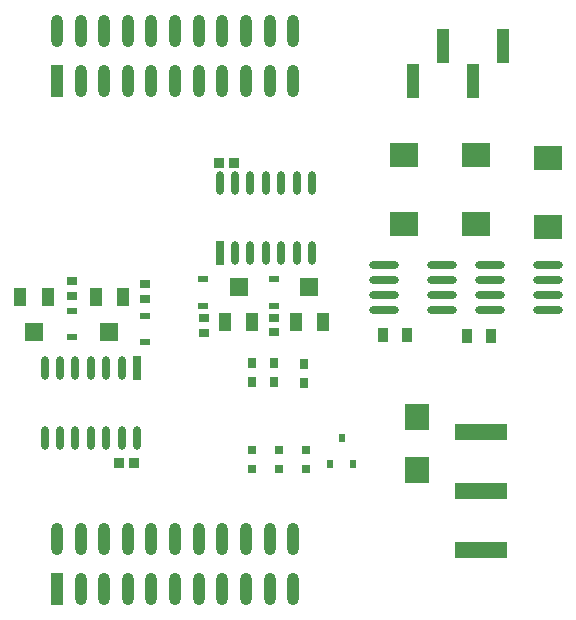
<source format=gtp>
%FSTAX23Y23*%
%MOIN*%
%SFA1B1*%

%IPPOS*%
%ADD17R,0.037646X0.047488*%
%ADD18R,0.094488X0.082677*%
%ADD19R,0.039370X0.108268*%
%ADD20O,0.039370X0.108268*%
%ADD21R,0.031496X0.031496*%
%ADD22R,0.177165X0.055118*%
%ADD23R,0.032677X0.024803*%
%ADD24R,0.033465X0.029527*%
%ADD25R,0.062992X0.062992*%
%ADD26R,0.043307X0.062992*%
%ADD27R,0.033465X0.035433*%
%ADD28R,0.027559X0.078740*%
%ADD29O,0.027559X0.078740*%
%ADD30O,0.098425X0.027559*%
%ADD31R,0.039370X0.118110*%
%ADD32R,0.084645X0.086614*%
%ADD33R,0.031496X0.037992*%
%ADD34R,0.023622X0.031496*%
%LNmain-1*%
%LPD*%
G54D17*
X02428Y01972D03*
X02508D03*
X02229Y01976D03*
X02148D03*
G54D18*
X02217Y02576D03*
Y02346D03*
X02457Y02576D03*
Y02346D03*
X02697Y02336D03*
Y02566D03*
G54D19*
X01061Y02821D03*
Y01129D03*
G54D20*
X0114Y02821D03*
X01219D03*
X01297D03*
X01376D03*
X01455D03*
X01534D03*
X01612D03*
X01691D03*
X0177D03*
X01848D03*
X01061Y02988D03*
X0114D03*
X01219D03*
X01297D03*
X01376D03*
X01455D03*
X01534D03*
X01612D03*
X01691D03*
X0177D03*
X01848D03*
X0114Y01129D03*
X01219D03*
X01297D03*
X01376D03*
X01455D03*
X01534D03*
X01612D03*
X01691D03*
X0177D03*
X01848D03*
X01061Y01297D03*
X0114D03*
X01219D03*
X01297D03*
X01376D03*
X01455D03*
X01534D03*
X01612D03*
X01691D03*
X0177D03*
X01848D03*
G54D21*
X018Y01528D03*
Y01591D03*
X0189Y01593D03*
Y0153D03*
X0171Y01591D03*
Y01528D03*
G54D22*
X02474Y01653D03*
Y01259D03*
Y01456D03*
G54D23*
X0111Y01968D03*
Y02056D03*
X01354Y02039D03*
Y01951D03*
X01549Y02073D03*
Y02161D03*
X01785D03*
Y02073D03*
G54D24*
X01111Y02105D03*
Y02154D03*
X01354Y02095D03*
Y02144D03*
X01551Y01983D03*
X01551Y02032D03*
X01785Y01984D03*
X01785Y02033D03*
G54D25*
X01236Y01987D03*
X00984D03*
X01903Y02135D03*
X01667D03*
G54D26*
X01191Y02101D03*
X01281D03*
X00939D03*
X0103D03*
X01858Y0202D03*
X01948D03*
X01622D03*
X01712D03*
G54D27*
X01267Y0155D03*
X01318D03*
X01602Y0255D03*
X01653D03*
G54D28*
X01328Y01865D03*
X01604Y02249D03*
G54D29*
X01277Y01865D03*
X01225D03*
X01174D03*
X01123D03*
X01072D03*
X01021D03*
X01328Y01632D03*
X01277D03*
X01225D03*
X01174D03*
X01123D03*
X01072D03*
X01021D03*
X01911Y02481D03*
X0186D03*
X01809D03*
X01758D03*
X01706D03*
X01655D03*
X01604D03*
X01911Y02249D03*
X0186D03*
X01809D03*
X01758D03*
X01706D03*
X01655D03*
G54D30*
X02697Y0206D03*
Y0211D03*
Y0216D03*
Y0221D03*
X02505Y0206D03*
Y0211D03*
Y0216D03*
Y0221D03*
X02346Y0206D03*
Y0211D03*
Y0216D03*
Y0221D03*
X02153Y0206D03*
Y0211D03*
Y0216D03*
Y0221D03*
G54D31*
X02547Y0294D03*
X02447Y02821D03*
X02347Y0294D03*
X02247Y02821D03*
G54D32*
X02263Y01524D03*
Y01703D03*
G54D33*
X01885Y0188D03*
Y01817D03*
X01785Y01882D03*
Y0182D03*
X0171Y01882D03*
Y0182D03*
G54D34*
X01972Y01546D03*
X02047D03*
X0201Y01633D03*
M02*
</source>
